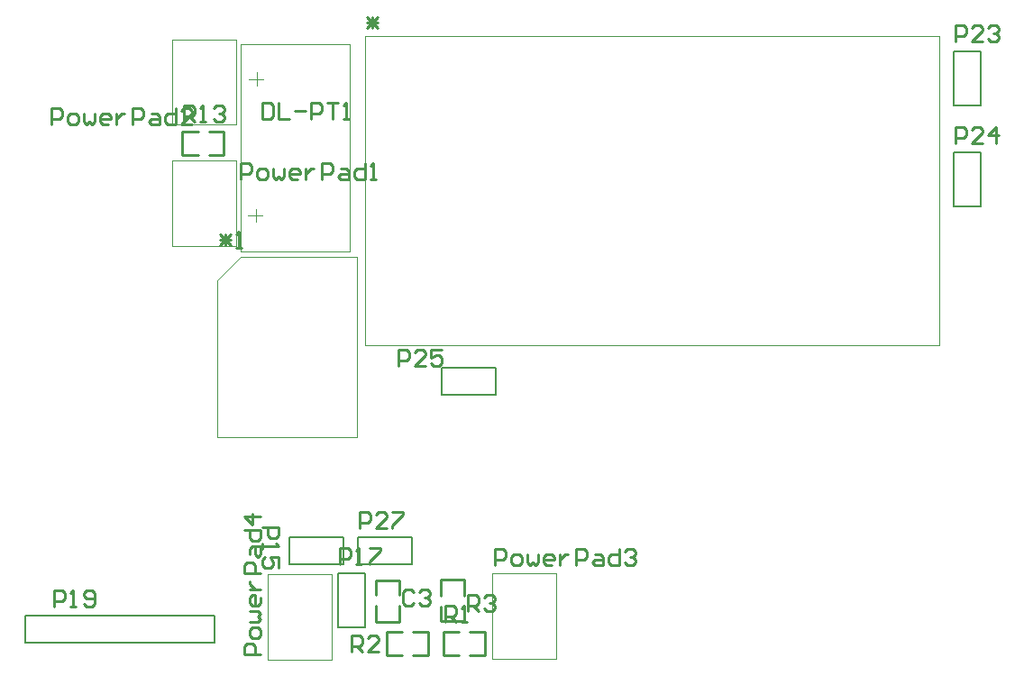
<source format=gto>
G04 Layer_Color=65535*
%FSLAX25Y25*%
%MOIN*%
G70*
G01*
G75*
%ADD16C,0.01000*%
%ADD31C,0.00787*%
%ADD32C,0.00394*%
D16*
X390331Y223457D02*
Y229362D01*
X381669Y223457D02*
X390331D01*
X381669D02*
Y223850D01*
Y229362D01*
X390331Y233299D02*
Y238811D01*
X381669D02*
X390331D01*
X381669Y233299D02*
Y238811D01*
X416138Y219831D02*
X422043D01*
Y211169D02*
Y219831D01*
X421650Y211169D02*
X422043D01*
X416138D02*
X421650D01*
X406689Y219831D02*
X412201D01*
X406689Y211169D02*
Y219831D01*
Y211169D02*
X412201D01*
X395138Y219831D02*
X401043D01*
Y211169D02*
Y219831D01*
X400650Y211169D02*
X401043D01*
X395138D02*
X400650D01*
X385689Y219831D02*
X391201D01*
X385689Y211169D02*
Y219831D01*
Y211169D02*
X391201D01*
X405669Y233138D02*
Y239043D01*
X414331D01*
Y238650D02*
Y239043D01*
Y233138D02*
Y238650D01*
X405669Y223689D02*
Y229201D01*
Y223689D02*
X414331D01*
Y229201D01*
X309957Y396169D02*
X315862D01*
X309957D02*
Y404831D01*
X310350D01*
X315862D01*
X319799Y396169D02*
X325311D01*
Y404831D01*
X319799D02*
X325311D01*
X595900Y400400D02*
Y406398D01*
X598899D01*
X599899Y405398D01*
Y403399D01*
X598899Y402399D01*
X595900D01*
X605897Y400400D02*
X601898D01*
X605897Y404399D01*
Y405398D01*
X604897Y406398D01*
X602898D01*
X601898Y405398D01*
X610895Y400400D02*
Y406398D01*
X607896Y403399D01*
X611895D01*
X595900Y437900D02*
Y443898D01*
X598899D01*
X599899Y442898D01*
Y440899D01*
X598899Y439899D01*
X595900D01*
X605897Y437900D02*
X601898D01*
X605897Y441899D01*
Y442898D01*
X604897Y443898D01*
X602898D01*
X601898Y442898D01*
X607896D02*
X608896Y443898D01*
X610895D01*
X611895Y442898D01*
Y441899D01*
X610895Y440899D01*
X609895D01*
X610895D01*
X611895Y439899D01*
Y438900D01*
X610895Y437900D01*
X608896D01*
X607896Y438900D01*
X323800Y366578D02*
X327799Y362579D01*
X323800D02*
X327799Y366578D01*
X323800Y364579D02*
X327799D01*
X325799Y362579D02*
Y366578D01*
X329798Y361579D02*
X331797D01*
X330798D01*
Y367578D01*
X329798Y366578D01*
X378400Y447078D02*
X382399Y443079D01*
X378400D02*
X382399Y447078D01*
X378400Y445079D02*
X382399D01*
X380399Y443079D02*
Y447078D01*
X395499Y234498D02*
X394499Y235498D01*
X392500D01*
X391500Y234498D01*
Y230500D01*
X392500Y229500D01*
X394499D01*
X395499Y230500D01*
X397498Y234498D02*
X398498Y235498D01*
X400497D01*
X401497Y234498D01*
Y233499D01*
X400497Y232499D01*
X399497D01*
X400497D01*
X401497Y231499D01*
Y230500D01*
X400497Y229500D01*
X398498D01*
X397498Y230500D01*
X339500Y415277D02*
Y409279D01*
X342499D01*
X343499Y410279D01*
Y414278D01*
X342499Y415277D01*
X339500D01*
X345498D02*
Y409279D01*
X349497D01*
X351496Y412279D02*
X355495D01*
X357494Y409279D02*
Y415277D01*
X360493D01*
X361493Y414278D01*
Y412279D01*
X360493Y411279D01*
X357494D01*
X363492Y415277D02*
X367491D01*
X365492D01*
Y409279D01*
X369490D02*
X371490D01*
X370490D01*
Y415277D01*
X369490Y414278D01*
X331500Y387179D02*
Y393178D01*
X334499D01*
X335499Y392178D01*
Y390178D01*
X334499Y389179D01*
X331500D01*
X338498Y387179D02*
X340497D01*
X341497Y388179D01*
Y390178D01*
X340497Y391178D01*
X338498D01*
X337498Y390178D01*
Y388179D01*
X338498Y387179D01*
X343496Y391178D02*
Y388179D01*
X344496Y387179D01*
X345495Y388179D01*
X346495Y387179D01*
X347495Y388179D01*
Y391178D01*
X352493Y387179D02*
X350494D01*
X349494Y388179D01*
Y390178D01*
X350494Y391178D01*
X352493D01*
X353493Y390178D01*
Y389179D01*
X349494D01*
X355492Y391178D02*
Y387179D01*
Y389179D01*
X356492Y390178D01*
X357491Y391178D01*
X358491D01*
X361490Y387179D02*
Y393178D01*
X364489D01*
X365489Y392178D01*
Y390178D01*
X364489Y389179D01*
X361490D01*
X368488Y391178D02*
X370487D01*
X371487Y390178D01*
Y387179D01*
X368488D01*
X367488Y388179D01*
X368488Y389179D01*
X371487D01*
X377485Y393178D02*
Y387179D01*
X374486D01*
X373486Y388179D01*
Y390178D01*
X374486Y391178D01*
X377485D01*
X379484Y387179D02*
X381484D01*
X380484D01*
Y393178D01*
X379484Y392178D01*
X261500Y407500D02*
Y413498D01*
X264499D01*
X265499Y412498D01*
Y410499D01*
X264499Y409499D01*
X261500D01*
X268498Y407500D02*
X270497D01*
X271497Y408500D01*
Y410499D01*
X270497Y411499D01*
X268498D01*
X267498Y410499D01*
Y408500D01*
X268498Y407500D01*
X273496Y411499D02*
Y408500D01*
X274496Y407500D01*
X275495Y408500D01*
X276495Y407500D01*
X277495Y408500D01*
Y411499D01*
X282493Y407500D02*
X280494D01*
X279494Y408500D01*
Y410499D01*
X280494Y411499D01*
X282493D01*
X283493Y410499D01*
Y409499D01*
X279494D01*
X285492Y411499D02*
Y407500D01*
Y409499D01*
X286492Y410499D01*
X287491Y411499D01*
X288491D01*
X291490Y407500D02*
Y413498D01*
X294489D01*
X295489Y412498D01*
Y410499D01*
X294489Y409499D01*
X291490D01*
X298488Y411499D02*
X300487D01*
X301487Y410499D01*
Y407500D01*
X298488D01*
X297488Y408500D01*
X298488Y409499D01*
X301487D01*
X307485Y413498D02*
Y407500D01*
X304486D01*
X303486Y408500D01*
Y410499D01*
X304486Y411499D01*
X307485D01*
X313483Y407500D02*
X309484D01*
X313483Y411499D01*
Y412498D01*
X312484Y413498D01*
X310484D01*
X309484Y412498D01*
X425500Y244400D02*
Y250398D01*
X428499D01*
X429499Y249398D01*
Y247399D01*
X428499Y246399D01*
X425500D01*
X432498Y244400D02*
X434497D01*
X435497Y245400D01*
Y247399D01*
X434497Y248399D01*
X432498D01*
X431498Y247399D01*
Y245400D01*
X432498Y244400D01*
X437496Y248399D02*
Y245400D01*
X438496Y244400D01*
X439495Y245400D01*
X440495Y244400D01*
X441495Y245400D01*
Y248399D01*
X446493Y244400D02*
X444494D01*
X443494Y245400D01*
Y247399D01*
X444494Y248399D01*
X446493D01*
X447493Y247399D01*
Y246399D01*
X443494D01*
X449492Y248399D02*
Y244400D01*
Y246399D01*
X450492Y247399D01*
X451491Y248399D01*
X452491D01*
X455490Y244400D02*
Y250398D01*
X458489D01*
X459489Y249398D01*
Y247399D01*
X458489Y246399D01*
X455490D01*
X462488Y248399D02*
X464487D01*
X465487Y247399D01*
Y244400D01*
X462488D01*
X461488Y245400D01*
X462488Y246399D01*
X465487D01*
X471485Y250398D02*
Y244400D01*
X468486D01*
X467486Y245400D01*
Y247399D01*
X468486Y248399D01*
X471485D01*
X473484Y249398D02*
X474484Y250398D01*
X476483D01*
X477483Y249398D01*
Y248399D01*
X476483Y247399D01*
X475484D01*
X476483D01*
X477483Y246399D01*
Y245400D01*
X476483Y244400D01*
X474484D01*
X473484Y245400D01*
X339000Y211280D02*
X333002D01*
Y214279D01*
X334002Y215278D01*
X336001D01*
X337001Y214279D01*
Y211280D01*
X339000Y218277D02*
Y220277D01*
X338000Y221276D01*
X336001D01*
X335001Y220277D01*
Y218277D01*
X336001Y217278D01*
X338000D01*
X339000Y218277D01*
X335001Y223276D02*
X338000D01*
X339000Y224275D01*
X338000Y225275D01*
X339000Y226275D01*
X338000Y227274D01*
X335001D01*
X339000Y232273D02*
Y230273D01*
X338000Y229274D01*
X336001D01*
X335001Y230273D01*
Y232273D01*
X336001Y233272D01*
X337001D01*
Y229274D01*
X335001Y235272D02*
X339000D01*
X337001D01*
X336001Y236271D01*
X335001Y237271D01*
Y238271D01*
X339000Y241270D02*
X333002D01*
Y244269D01*
X334002Y245269D01*
X336001D01*
X337001Y244269D01*
Y241270D01*
X335001Y248268D02*
Y250267D01*
X336001Y251267D01*
X339000D01*
Y248268D01*
X338000Y247268D01*
X337001Y248268D01*
Y251267D01*
X333002Y257265D02*
X339000D01*
Y254266D01*
X338000Y253266D01*
X336001D01*
X335001Y254266D01*
Y257265D01*
X339000Y262263D02*
X333002D01*
X336001Y259264D01*
Y263263D01*
X407200Y223300D02*
Y229298D01*
X410199D01*
X411199Y228298D01*
Y226299D01*
X410199Y225299D01*
X407200D01*
X409199D02*
X411199Y223300D01*
X413198D02*
X415197D01*
X414198D01*
Y229298D01*
X413198Y228298D01*
X372500Y212500D02*
Y218498D01*
X375499D01*
X376499Y217498D01*
Y215499D01*
X375499Y214499D01*
X372500D01*
X374499D02*
X376499Y212500D01*
X382497D02*
X378498D01*
X382497Y216499D01*
Y217498D01*
X381497Y218498D01*
X379498D01*
X378498Y217498D01*
X415500Y227500D02*
Y233498D01*
X418499D01*
X419499Y232498D01*
Y230499D01*
X418499Y229499D01*
X415500D01*
X417499D02*
X419499Y227500D01*
X421498Y232498D02*
X422498Y233498D01*
X424497D01*
X425497Y232498D01*
Y231499D01*
X424497Y230499D01*
X423497D01*
X424497D01*
X425497Y229499D01*
Y228500D01*
X424497Y227500D01*
X422498D01*
X421498Y228500D01*
X310500Y408300D02*
Y414298D01*
X313499D01*
X314499Y413298D01*
Y411299D01*
X313499Y410299D01*
X310500D01*
X312499D02*
X314499Y408300D01*
X316498D02*
X318497D01*
X317498D01*
Y414298D01*
X316498Y413298D01*
X321496D02*
X322496Y414298D01*
X324495D01*
X325495Y413298D01*
Y412299D01*
X324495Y411299D01*
X323496D01*
X324495D01*
X325495Y410299D01*
Y409300D01*
X324495Y408300D01*
X322496D01*
X321496Y409300D01*
X368100Y244679D02*
Y250677D01*
X371099D01*
X372099Y249678D01*
Y247678D01*
X371099Y246679D01*
X368100D01*
X374098Y244679D02*
X376097D01*
X375098D01*
Y250677D01*
X374098Y249678D01*
X379096Y250677D02*
X383095D01*
Y249678D01*
X379096Y245679D01*
Y244679D01*
X339500Y258279D02*
X345498D01*
Y255280D01*
X344498Y254281D01*
X342499D01*
X341499Y255280D01*
Y258279D01*
X339500Y252281D02*
Y250282D01*
Y251282D01*
X345498D01*
X344498Y252281D01*
X345498Y243284D02*
Y247283D01*
X342499D01*
X343499Y245284D01*
Y244284D01*
X342499Y243284D01*
X340500D01*
X339500Y244284D01*
Y246283D01*
X340500Y247283D01*
X390000Y318000D02*
Y323998D01*
X392999D01*
X393999Y322998D01*
Y320999D01*
X392999Y319999D01*
X390000D01*
X399997Y318000D02*
X395998D01*
X399997Y321999D01*
Y322998D01*
X398997Y323998D01*
X396998D01*
X395998Y322998D01*
X405995Y323998D02*
X401996D01*
Y320999D01*
X403995Y321999D01*
X404995D01*
X405995Y320999D01*
Y319000D01*
X404995Y318000D01*
X402996D01*
X401996Y319000D01*
X375600Y258179D02*
Y264177D01*
X378599D01*
X379599Y263178D01*
Y261178D01*
X378599Y260179D01*
X375600D01*
X385597Y258179D02*
X381598D01*
X385597Y262178D01*
Y263178D01*
X384597Y264177D01*
X382598D01*
X381598Y263178D01*
X387596Y264177D02*
X391595D01*
Y263178D01*
X387596Y259179D01*
Y258179D01*
X262600Y229180D02*
Y235177D01*
X265599D01*
X266599Y234178D01*
Y232178D01*
X265599Y231179D01*
X262600D01*
X268598Y229180D02*
X270597D01*
X269598D01*
Y235177D01*
X268598Y234178D01*
X273596Y230179D02*
X274596Y229180D01*
X276595D01*
X277595Y230179D01*
Y234178D01*
X276595Y235177D01*
X274596D01*
X273596Y234178D01*
Y233178D01*
X274596Y232178D01*
X277595D01*
D31*
X595331Y377000D02*
Y397000D01*
Y377000D02*
X605331D01*
Y397000D01*
X595331D02*
X605331D01*
X595331Y414500D02*
Y434500D01*
Y414500D02*
X605331D01*
Y434500D01*
X595331D02*
X605331D01*
X367500Y241280D02*
X377500D01*
Y221280D02*
Y241280D01*
X367500Y221280D02*
X377500D01*
X367500D02*
Y241280D01*
X349500Y244779D02*
Y254780D01*
X369500D01*
Y244779D02*
Y254780D01*
X349500Y244779D02*
X369500D01*
X406000Y307279D02*
X426000D01*
Y317280D01*
X406000D02*
X426000D01*
X406000Y307279D02*
Y317280D01*
X375000Y244779D02*
X395000D01*
Y254780D01*
X375000D02*
X395000D01*
X375000Y244779D02*
Y254780D01*
X252000Y215779D02*
Y225780D01*
X322000D01*
Y215779D02*
Y225780D01*
X252000Y215779D02*
X322000D01*
D32*
X374614Y291874D02*
Y358409D01*
X331701D02*
X374614D01*
X323039Y349748D02*
X331701Y358409D01*
X323039Y291874D02*
Y349748D01*
Y291874D02*
X374614D01*
X377571Y439921D02*
X589776D01*
Y325748D02*
Y439921D01*
X377571Y325748D02*
X589776D01*
X377571D02*
Y439921D01*
X337106Y371437D02*
Y376161D01*
X334350Y373799D02*
X339468D01*
X334744Y424193D02*
X339862D01*
X337500Y421831D02*
Y426555D01*
X331594Y437185D02*
X371752D01*
Y360413D02*
Y437185D01*
X331594Y360413D02*
X371752D01*
X331594D02*
Y437185D01*
X306189Y362531D02*
X329811D01*
X306189D02*
Y394027D01*
X329811D01*
Y362531D02*
Y394027D01*
X306189Y407252D02*
X329811D01*
X306189D02*
Y438748D01*
X329811D01*
Y407252D02*
Y438748D01*
X424689Y209752D02*
X448311D01*
X424689D02*
Y241248D01*
X448311D01*
Y209752D02*
Y241248D01*
X341689Y209531D02*
X365311D01*
X341689D02*
Y241027D01*
X365311D01*
Y209531D02*
Y241027D01*
M02*

</source>
